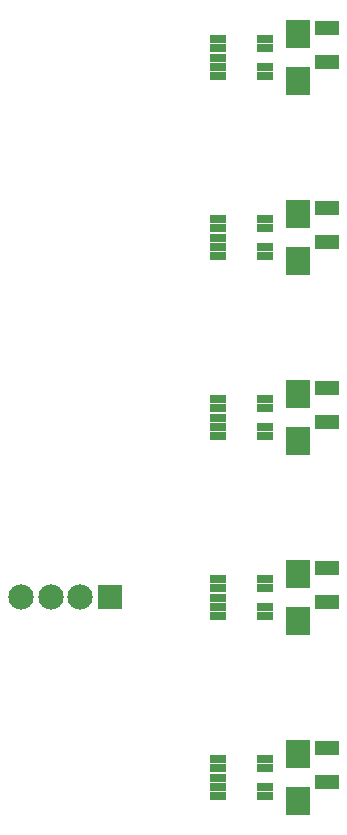
<source format=gbs>
G04 #@! TF.GenerationSoftware,KiCad,Pcbnew,(5.1.0)-1*
G04 #@! TF.CreationDate,2019-03-20T22:54:13+09:00*
G04 #@! TF.ProjectId,I2C_color_sensor_v2,4932435f-636f-46c6-9f72-5f73656e736f,rev?*
G04 #@! TF.SameCoordinates,Original*
G04 #@! TF.FileFunction,Soldermask,Bot*
G04 #@! TF.FilePolarity,Negative*
%FSLAX46Y46*%
G04 Gerber Fmt 4.6, Leading zero omitted, Abs format (unit mm)*
G04 Created by KiCad (PCBNEW (5.1.0)-1) date 2019-03-20 22:54:13*
%MOMM*%
%LPD*%
G04 APERTURE LIST*
%ADD10C,2.150000*%
%ADD11R,2.150000X2.150000*%
%ADD12R,2.100000X2.400000*%
%ADD13R,2.100000X1.300000*%
%ADD14R,1.400000X0.800000*%
G04 APERTURE END LIST*
D10*
X133375000Y-116380000D03*
X135875000Y-116380000D03*
X138375000Y-116380000D03*
D11*
X140875000Y-116380000D03*
D12*
X156845000Y-68660000D03*
X156845000Y-72660000D03*
X156845000Y-87900000D03*
X156845000Y-83900000D03*
X156845000Y-114380000D03*
X156845000Y-118380000D03*
X156845000Y-103140000D03*
X156845000Y-99140000D03*
X156845000Y-129620000D03*
X156845000Y-133620000D03*
D13*
X159258000Y-71046000D03*
X159258000Y-68146000D03*
X159258000Y-83386000D03*
X159258000Y-86286000D03*
X159258000Y-116766000D03*
X159258000Y-113866000D03*
X159258000Y-98626000D03*
X159258000Y-101526000D03*
X159258000Y-132006000D03*
X159258000Y-129106000D03*
D14*
X154019000Y-72283000D03*
X154019000Y-71483000D03*
X154019000Y-69883000D03*
X154019000Y-69083000D03*
X150019000Y-69083000D03*
X150019000Y-69883000D03*
X150019000Y-70683000D03*
X150019000Y-71483000D03*
X150019000Y-72283000D03*
X150019000Y-87523000D03*
X150019000Y-86723000D03*
X150019000Y-85923000D03*
X150019000Y-85123000D03*
X150019000Y-84323000D03*
X154019000Y-84323000D03*
X154019000Y-85123000D03*
X154019000Y-86723000D03*
X154019000Y-87523000D03*
X154019000Y-102763000D03*
X154019000Y-101963000D03*
X154019000Y-100363000D03*
X154019000Y-99563000D03*
X150019000Y-99563000D03*
X150019000Y-100363000D03*
X150019000Y-101163000D03*
X150019000Y-101963000D03*
X150019000Y-102763000D03*
X150019000Y-118003000D03*
X150019000Y-117203000D03*
X150019000Y-116403000D03*
X150019000Y-115603000D03*
X150019000Y-114803000D03*
X154019000Y-114803000D03*
X154019000Y-115603000D03*
X154019000Y-117203000D03*
X154019000Y-118003000D03*
X154019000Y-133243000D03*
X154019000Y-132443000D03*
X154019000Y-130843000D03*
X154019000Y-130043000D03*
X150019000Y-130043000D03*
X150019000Y-130843000D03*
X150019000Y-131643000D03*
X150019000Y-132443000D03*
X150019000Y-133243000D03*
M02*

</source>
